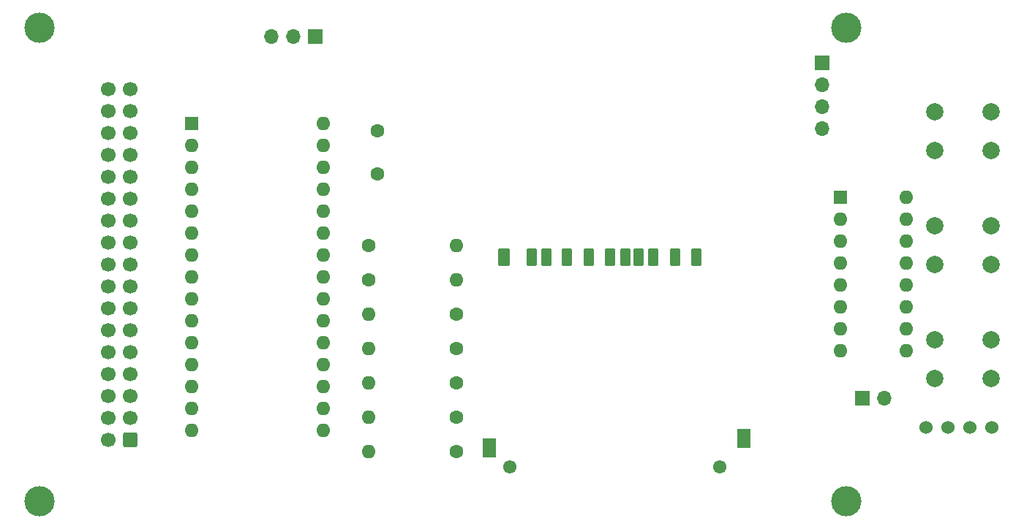
<source format=gbr>
%TF.GenerationSoftware,KiCad,Pcbnew,9.0.0*%
%TF.CreationDate,2025-03-11T00:37:20+03:00*%
%TF.ProjectId,delta_flop_arduino2,64656c74-615f-4666-9c6f-705f61726475,1*%
%TF.SameCoordinates,Original*%
%TF.FileFunction,Soldermask,Top*%
%TF.FilePolarity,Negative*%
%FSLAX46Y46*%
G04 Gerber Fmt 4.6, Leading zero omitted, Abs format (unit mm)*
G04 Created by KiCad (PCBNEW 9.0.0) date 2025-03-11 00:37:20*
%MOMM*%
%LPD*%
G01*
G04 APERTURE LIST*
G04 Aperture macros list*
%AMRoundRect*
0 Rectangle with rounded corners*
0 $1 Rounding radius*
0 $2 $3 $4 $5 $6 $7 $8 $9 X,Y pos of 4 corners*
0 Add a 4 corners polygon primitive as box body*
4,1,4,$2,$3,$4,$5,$6,$7,$8,$9,$2,$3,0*
0 Add four circle primitives for the rounded corners*
1,1,$1+$1,$2,$3*
1,1,$1+$1,$4,$5*
1,1,$1+$1,$6,$7*
1,1,$1+$1,$8,$9*
0 Add four rect primitives between the rounded corners*
20,1,$1+$1,$2,$3,$4,$5,0*
20,1,$1+$1,$4,$5,$6,$7,0*
20,1,$1+$1,$6,$7,$8,$9,0*
20,1,$1+$1,$8,$9,$2,$3,0*%
G04 Aperture macros list end*
%ADD10C,1.524000*%
%ADD11C,3.500000*%
%ADD12C,1.550000*%
%ADD13RoundRect,0.101600X-0.450000X0.900000X-0.450000X-0.900000X0.450000X-0.900000X0.450000X0.900000X0*%
%ADD14RoundRect,0.101600X-0.550000X0.900000X-0.550000X-0.900000X0.550000X-0.900000X0.550000X0.900000X0*%
%ADD15RoundRect,0.101600X-0.700000X1.000000X-0.700000X-1.000000X0.700000X-1.000000X0.700000X1.000000X0*%
%ADD16C,1.600000*%
%ADD17O,1.600000X1.600000*%
%ADD18RoundRect,0.250000X0.600000X0.600000X-0.600000X0.600000X-0.600000X-0.600000X0.600000X-0.600000X0*%
%ADD19C,1.700000*%
%ADD20R,1.600000X1.600000*%
%ADD21R,1.700000X1.700000*%
%ADD22O,1.700000X1.700000*%
%ADD23C,2.000000*%
G04 APERTURE END LIST*
D10*
%TO.C,J3*%
X197462500Y-101825000D03*
X200002500Y-101825000D03*
X202542500Y-101825000D03*
X205082500Y-101825000D03*
%TD*%
D11*
%TO.C,H1*%
X94876400Y-55499200D03*
%TD*%
%TO.C,H4*%
X188276000Y-110392400D03*
%TD*%
D12*
%TO.C,J2*%
X173611000Y-106367200D03*
X149351000Y-106367200D03*
D13*
X168441000Y-82067200D03*
X165941000Y-82067200D03*
X164191000Y-82067200D03*
X160941000Y-82067200D03*
X158441000Y-82067200D03*
X155941000Y-82067200D03*
X153521000Y-82067200D03*
X151821000Y-82067200D03*
X170941000Y-82067200D03*
X162691000Y-82067200D03*
D14*
X148671000Y-82067200D03*
D15*
X176421000Y-103067200D03*
X146921000Y-104217200D03*
%TD*%
D16*
%TO.C,R3*%
X143160000Y-88716700D03*
D17*
X133000000Y-88716700D03*
%TD*%
D16*
%TO.C,R4*%
X143160000Y-92700000D03*
D17*
X133000000Y-92700000D03*
%TD*%
D18*
%TO.C,D1*%
X105340000Y-103265800D03*
D19*
X102800000Y-103265800D03*
X105340000Y-100725800D03*
X102800000Y-100725800D03*
X105340000Y-98185800D03*
X102800000Y-98185800D03*
X105340000Y-95645800D03*
X102800000Y-95645800D03*
X105340000Y-93105800D03*
X102800000Y-93105800D03*
X105340000Y-90565800D03*
X102800000Y-90565800D03*
X105340000Y-88025800D03*
X102800000Y-88025800D03*
X105340000Y-85485800D03*
X102800000Y-85485800D03*
X105340000Y-82945800D03*
X102800000Y-82945800D03*
X105340000Y-80405800D03*
X102800000Y-80405800D03*
X105340000Y-77865800D03*
X102800000Y-77865800D03*
X105340000Y-75325800D03*
X102800000Y-75325800D03*
X105340000Y-72785800D03*
X102800000Y-72785800D03*
X105340000Y-70245800D03*
X102800000Y-70245800D03*
X105340000Y-67705800D03*
X102800000Y-67705800D03*
X105340000Y-65165800D03*
X102800000Y-65165800D03*
X105340000Y-62625800D03*
X102800000Y-62625800D03*
%TD*%
D11*
%TO.C,H2*%
X188276000Y-55499200D03*
%TD*%
D20*
%TO.C,U1*%
X112500000Y-66650000D03*
D17*
X112500000Y-69190000D03*
X112500000Y-71730000D03*
X112500000Y-74270000D03*
X112500000Y-76810000D03*
X112500000Y-79350000D03*
X112500000Y-81890000D03*
X112500000Y-84430000D03*
X112500000Y-86970000D03*
X112500000Y-89510000D03*
X112500000Y-92050000D03*
X112500000Y-94590000D03*
X112500000Y-97130000D03*
X112500000Y-99670000D03*
X112500000Y-102210000D03*
X127740000Y-102210000D03*
X127740000Y-99670000D03*
X127740000Y-97130000D03*
X127740000Y-94590000D03*
X127740000Y-92050000D03*
X127740000Y-89510000D03*
X127740000Y-86970000D03*
X127740000Y-84430000D03*
X127740000Y-81890000D03*
X127740000Y-79350000D03*
X127740000Y-76810000D03*
X127740000Y-74270000D03*
X127740000Y-71730000D03*
X127740000Y-69190000D03*
X127740000Y-66650000D03*
%TD*%
D16*
%TO.C,R2*%
X133000000Y-84733300D03*
D17*
X143160000Y-84733300D03*
%TD*%
D16*
%TO.C,R5*%
X143160000Y-96683300D03*
D17*
X133000000Y-96683300D03*
%TD*%
D11*
%TO.C,H3*%
X94876400Y-110392400D03*
%TD*%
D16*
%TO.C,R1*%
X133000000Y-80750000D03*
D17*
X143160000Y-80750000D03*
%TD*%
D21*
%TO.C,J1*%
X185500000Y-59550000D03*
D22*
X185500000Y-62090000D03*
X185500000Y-64630000D03*
X185500000Y-67170000D03*
%TD*%
D16*
%TO.C,R7*%
X143160000Y-104650000D03*
D17*
X133000000Y-104650000D03*
%TD*%
D21*
%TO.C,JP2*%
X190114000Y-98425000D03*
D22*
X192654000Y-98425000D03*
%TD*%
D21*
%TO.C,JP1*%
X126775000Y-56550000D03*
D22*
X124235000Y-56550000D03*
X121695000Y-56550000D03*
%TD*%
D16*
%TO.C,R6*%
X143160000Y-100666700D03*
D17*
X133000000Y-100666700D03*
%TD*%
D16*
%TO.C,C1*%
X133985000Y-72477000D03*
X133985000Y-67477000D03*
%TD*%
D20*
%TO.C,D2*%
X187579000Y-75184000D03*
D17*
X187579000Y-77724000D03*
X187579000Y-80264000D03*
X187579000Y-82804000D03*
X187579000Y-85344000D03*
X187579000Y-87884000D03*
X187579000Y-90424000D03*
X187579000Y-92964000D03*
X195199000Y-92964000D03*
X195199000Y-90424000D03*
X195199000Y-87884000D03*
X195199000Y-85344000D03*
X195199000Y-82804000D03*
X195199000Y-80264000D03*
X195199000Y-77724000D03*
X195199000Y-75184000D03*
%TD*%
D23*
%TO.C,SW2*%
X205000000Y-78450000D03*
X198500000Y-78450000D03*
X205000000Y-82950000D03*
X198500000Y-82950000D03*
%TD*%
%TO.C,SW3*%
X205000000Y-91650000D03*
X198500000Y-91650000D03*
X205000000Y-96150000D03*
X198500000Y-96150000D03*
%TD*%
%TO.C,SW1*%
X205000000Y-65250000D03*
X198500000Y-65250000D03*
X205000000Y-69750000D03*
X198500000Y-69750000D03*
%TD*%
M02*

</source>
